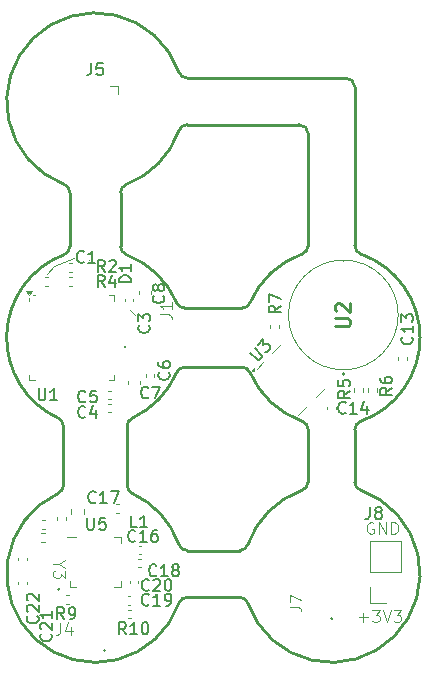
<source format=gbr>
%TF.GenerationSoftware,KiCad,Pcbnew,9.0.1*%
%TF.CreationDate,2025-04-17T12:30:50-04:00*%
%TF.ProjectId,IngestibleCapsule-Board_v2,496e6765-7374-4696-926c-654361707375,rev?*%
%TF.SameCoordinates,Original*%
%TF.FileFunction,Legend,Top*%
%TF.FilePolarity,Positive*%
%FSLAX46Y46*%
G04 Gerber Fmt 4.6, Leading zero omitted, Abs format (unit mm)*
G04 Created by KiCad (PCBNEW 9.0.1) date 2025-04-17 12:30:50*
%MOMM*%
%LPD*%
G01*
G04 APERTURE LIST*
%ADD10C,0.100000*%
%ADD11C,0.150000*%
%ADD12C,0.254000*%
%ADD13C,0.120000*%
%ADD14C,0.200000*%
%TA.AperFunction,Profile*%
%ADD15C,0.250000*%
%TD*%
G04 APERTURE END LIST*
D10*
X86540000Y-93910000D02*
X88180000Y-93270000D01*
X92920000Y-97650000D02*
X93390000Y-98070000D01*
X85930000Y-94610000D02*
X86540000Y-93910000D01*
X112313884Y-123681466D02*
X113075789Y-123681466D01*
X112694836Y-124062419D02*
X112694836Y-123300514D01*
X113456741Y-123062419D02*
X114075788Y-123062419D01*
X114075788Y-123062419D02*
X113742455Y-123443371D01*
X113742455Y-123443371D02*
X113885312Y-123443371D01*
X113885312Y-123443371D02*
X113980550Y-123490990D01*
X113980550Y-123490990D02*
X114028169Y-123538609D01*
X114028169Y-123538609D02*
X114075788Y-123633847D01*
X114075788Y-123633847D02*
X114075788Y-123871942D01*
X114075788Y-123871942D02*
X114028169Y-123967180D01*
X114028169Y-123967180D02*
X113980550Y-124014800D01*
X113980550Y-124014800D02*
X113885312Y-124062419D01*
X113885312Y-124062419D02*
X113599598Y-124062419D01*
X113599598Y-124062419D02*
X113504360Y-124014800D01*
X113504360Y-124014800D02*
X113456741Y-123967180D01*
X114361503Y-123062419D02*
X114694836Y-124062419D01*
X114694836Y-124062419D02*
X115028169Y-123062419D01*
X115266265Y-123062419D02*
X115885312Y-123062419D01*
X115885312Y-123062419D02*
X115551979Y-123443371D01*
X115551979Y-123443371D02*
X115694836Y-123443371D01*
X115694836Y-123443371D02*
X115790074Y-123490990D01*
X115790074Y-123490990D02*
X115837693Y-123538609D01*
X115837693Y-123538609D02*
X115885312Y-123633847D01*
X115885312Y-123633847D02*
X115885312Y-123871942D01*
X115885312Y-123871942D02*
X115837693Y-123967180D01*
X115837693Y-123967180D02*
X115790074Y-124014800D01*
X115790074Y-124014800D02*
X115694836Y-124062419D01*
X115694836Y-124062419D02*
X115409122Y-124062419D01*
X115409122Y-124062419D02*
X115313884Y-124014800D01*
X115313884Y-124014800D02*
X115266265Y-123967180D01*
X113557693Y-115670038D02*
X113462455Y-115622419D01*
X113462455Y-115622419D02*
X113319598Y-115622419D01*
X113319598Y-115622419D02*
X113176741Y-115670038D01*
X113176741Y-115670038D02*
X113081503Y-115765276D01*
X113081503Y-115765276D02*
X113033884Y-115860514D01*
X113033884Y-115860514D02*
X112986265Y-116050990D01*
X112986265Y-116050990D02*
X112986265Y-116193847D01*
X112986265Y-116193847D02*
X113033884Y-116384323D01*
X113033884Y-116384323D02*
X113081503Y-116479561D01*
X113081503Y-116479561D02*
X113176741Y-116574800D01*
X113176741Y-116574800D02*
X113319598Y-116622419D01*
X113319598Y-116622419D02*
X113414836Y-116622419D01*
X113414836Y-116622419D02*
X113557693Y-116574800D01*
X113557693Y-116574800D02*
X113605312Y-116527180D01*
X113605312Y-116527180D02*
X113605312Y-116193847D01*
X113605312Y-116193847D02*
X113414836Y-116193847D01*
X114033884Y-116622419D02*
X114033884Y-115622419D01*
X114033884Y-115622419D02*
X114605312Y-116622419D01*
X114605312Y-116622419D02*
X114605312Y-115622419D01*
X115081503Y-116622419D02*
X115081503Y-115622419D01*
X115081503Y-115622419D02*
X115319598Y-115622419D01*
X115319598Y-115622419D02*
X115462455Y-115670038D01*
X115462455Y-115670038D02*
X115557693Y-115765276D01*
X115557693Y-115765276D02*
X115605312Y-115860514D01*
X115605312Y-115860514D02*
X115652931Y-116050990D01*
X115652931Y-116050990D02*
X115652931Y-116193847D01*
X115652931Y-116193847D02*
X115605312Y-116384323D01*
X115605312Y-116384323D02*
X115557693Y-116479561D01*
X115557693Y-116479561D02*
X115462455Y-116574800D01*
X115462455Y-116574800D02*
X115319598Y-116622419D01*
X115319598Y-116622419D02*
X115081503Y-116622419D01*
D11*
X89318095Y-115264819D02*
X89318095Y-116074342D01*
X89318095Y-116074342D02*
X89365714Y-116169580D01*
X89365714Y-116169580D02*
X89413333Y-116217200D01*
X89413333Y-116217200D02*
X89508571Y-116264819D01*
X89508571Y-116264819D02*
X89699047Y-116264819D01*
X89699047Y-116264819D02*
X89794285Y-116217200D01*
X89794285Y-116217200D02*
X89841904Y-116169580D01*
X89841904Y-116169580D02*
X89889523Y-116074342D01*
X89889523Y-116074342D02*
X89889523Y-115264819D01*
X90841904Y-115264819D02*
X90365714Y-115264819D01*
X90365714Y-115264819D02*
X90318095Y-115741009D01*
X90318095Y-115741009D02*
X90365714Y-115693390D01*
X90365714Y-115693390D02*
X90460952Y-115645771D01*
X90460952Y-115645771D02*
X90699047Y-115645771D01*
X90699047Y-115645771D02*
X90794285Y-115693390D01*
X90794285Y-115693390D02*
X90841904Y-115741009D01*
X90841904Y-115741009D02*
X90889523Y-115836247D01*
X90889523Y-115836247D02*
X90889523Y-116074342D01*
X90889523Y-116074342D02*
X90841904Y-116169580D01*
X90841904Y-116169580D02*
X90794285Y-116217200D01*
X90794285Y-116217200D02*
X90699047Y-116264819D01*
X90699047Y-116264819D02*
X90460952Y-116264819D01*
X90460952Y-116264819D02*
X90365714Y-116217200D01*
X90365714Y-116217200D02*
X90318095Y-116169580D01*
X93523333Y-116074819D02*
X93047143Y-116074819D01*
X93047143Y-116074819D02*
X93047143Y-115074819D01*
X94380476Y-116074819D02*
X93809048Y-116074819D01*
X94094762Y-116074819D02*
X94094762Y-115074819D01*
X94094762Y-115074819D02*
X93999524Y-115217676D01*
X93999524Y-115217676D02*
X93904286Y-115312914D01*
X93904286Y-115312914D02*
X93809048Y-115360533D01*
X90793333Y-95714819D02*
X90460000Y-95238628D01*
X90221905Y-95714819D02*
X90221905Y-94714819D01*
X90221905Y-94714819D02*
X90602857Y-94714819D01*
X90602857Y-94714819D02*
X90698095Y-94762438D01*
X90698095Y-94762438D02*
X90745714Y-94810057D01*
X90745714Y-94810057D02*
X90793333Y-94905295D01*
X90793333Y-94905295D02*
X90793333Y-95048152D01*
X90793333Y-95048152D02*
X90745714Y-95143390D01*
X90745714Y-95143390D02*
X90698095Y-95191009D01*
X90698095Y-95191009D02*
X90602857Y-95238628D01*
X90602857Y-95238628D02*
X90221905Y-95238628D01*
X91650476Y-95048152D02*
X91650476Y-95714819D01*
X91412381Y-94667200D02*
X91174286Y-95381485D01*
X91174286Y-95381485D02*
X91793333Y-95381485D01*
X89043333Y-93559580D02*
X88995714Y-93607200D01*
X88995714Y-93607200D02*
X88852857Y-93654819D01*
X88852857Y-93654819D02*
X88757619Y-93654819D01*
X88757619Y-93654819D02*
X88614762Y-93607200D01*
X88614762Y-93607200D02*
X88519524Y-93511961D01*
X88519524Y-93511961D02*
X88471905Y-93416723D01*
X88471905Y-93416723D02*
X88424286Y-93226247D01*
X88424286Y-93226247D02*
X88424286Y-93083390D01*
X88424286Y-93083390D02*
X88471905Y-92892914D01*
X88471905Y-92892914D02*
X88519524Y-92797676D01*
X88519524Y-92797676D02*
X88614762Y-92702438D01*
X88614762Y-92702438D02*
X88757619Y-92654819D01*
X88757619Y-92654819D02*
X88852857Y-92654819D01*
X88852857Y-92654819D02*
X88995714Y-92702438D01*
X88995714Y-92702438D02*
X89043333Y-92750057D01*
X89995714Y-93654819D02*
X89424286Y-93654819D01*
X89710000Y-93654819D02*
X89710000Y-92654819D01*
X89710000Y-92654819D02*
X89614762Y-92797676D01*
X89614762Y-92797676D02*
X89519524Y-92892914D01*
X89519524Y-92892914D02*
X89424286Y-92940533D01*
X113256666Y-114364819D02*
X113256666Y-115079104D01*
X113256666Y-115079104D02*
X113209047Y-115221961D01*
X113209047Y-115221961D02*
X113113809Y-115317200D01*
X113113809Y-115317200D02*
X112970952Y-115364819D01*
X112970952Y-115364819D02*
X112875714Y-115364819D01*
X113875714Y-114793390D02*
X113780476Y-114745771D01*
X113780476Y-114745771D02*
X113732857Y-114698152D01*
X113732857Y-114698152D02*
X113685238Y-114602914D01*
X113685238Y-114602914D02*
X113685238Y-114555295D01*
X113685238Y-114555295D02*
X113732857Y-114460057D01*
X113732857Y-114460057D02*
X113780476Y-114412438D01*
X113780476Y-114412438D02*
X113875714Y-114364819D01*
X113875714Y-114364819D02*
X114066190Y-114364819D01*
X114066190Y-114364819D02*
X114161428Y-114412438D01*
X114161428Y-114412438D02*
X114209047Y-114460057D01*
X114209047Y-114460057D02*
X114256666Y-114555295D01*
X114256666Y-114555295D02*
X114256666Y-114602914D01*
X114256666Y-114602914D02*
X114209047Y-114698152D01*
X114209047Y-114698152D02*
X114161428Y-114745771D01*
X114161428Y-114745771D02*
X114066190Y-114793390D01*
X114066190Y-114793390D02*
X113875714Y-114793390D01*
X113875714Y-114793390D02*
X113780476Y-114841009D01*
X113780476Y-114841009D02*
X113732857Y-114888628D01*
X113732857Y-114888628D02*
X113685238Y-114983866D01*
X113685238Y-114983866D02*
X113685238Y-115174342D01*
X113685238Y-115174342D02*
X113732857Y-115269580D01*
X113732857Y-115269580D02*
X113780476Y-115317200D01*
X113780476Y-115317200D02*
X113875714Y-115364819D01*
X113875714Y-115364819D02*
X114066190Y-115364819D01*
X114066190Y-115364819D02*
X114161428Y-115317200D01*
X114161428Y-115317200D02*
X114209047Y-115269580D01*
X114209047Y-115269580D02*
X114256666Y-115174342D01*
X114256666Y-115174342D02*
X114256666Y-114983866D01*
X114256666Y-114983866D02*
X114209047Y-114888628D01*
X114209047Y-114888628D02*
X114161428Y-114841009D01*
X114161428Y-114841009D02*
X114066190Y-114793390D01*
X90027142Y-113919580D02*
X89979523Y-113967200D01*
X89979523Y-113967200D02*
X89836666Y-114014819D01*
X89836666Y-114014819D02*
X89741428Y-114014819D01*
X89741428Y-114014819D02*
X89598571Y-113967200D01*
X89598571Y-113967200D02*
X89503333Y-113871961D01*
X89503333Y-113871961D02*
X89455714Y-113776723D01*
X89455714Y-113776723D02*
X89408095Y-113586247D01*
X89408095Y-113586247D02*
X89408095Y-113443390D01*
X89408095Y-113443390D02*
X89455714Y-113252914D01*
X89455714Y-113252914D02*
X89503333Y-113157676D01*
X89503333Y-113157676D02*
X89598571Y-113062438D01*
X89598571Y-113062438D02*
X89741428Y-113014819D01*
X89741428Y-113014819D02*
X89836666Y-113014819D01*
X89836666Y-113014819D02*
X89979523Y-113062438D01*
X89979523Y-113062438D02*
X90027142Y-113110057D01*
X90979523Y-114014819D02*
X90408095Y-114014819D01*
X90693809Y-114014819D02*
X90693809Y-113014819D01*
X90693809Y-113014819D02*
X90598571Y-113157676D01*
X90598571Y-113157676D02*
X90503333Y-113252914D01*
X90503333Y-113252914D02*
X90408095Y-113300533D01*
X91312857Y-113014819D02*
X91979523Y-113014819D01*
X91979523Y-113014819D02*
X91550952Y-114014819D01*
X92597142Y-125104819D02*
X92263809Y-124628628D01*
X92025714Y-125104819D02*
X92025714Y-124104819D01*
X92025714Y-124104819D02*
X92406666Y-124104819D01*
X92406666Y-124104819D02*
X92501904Y-124152438D01*
X92501904Y-124152438D02*
X92549523Y-124200057D01*
X92549523Y-124200057D02*
X92597142Y-124295295D01*
X92597142Y-124295295D02*
X92597142Y-124438152D01*
X92597142Y-124438152D02*
X92549523Y-124533390D01*
X92549523Y-124533390D02*
X92501904Y-124581009D01*
X92501904Y-124581009D02*
X92406666Y-124628628D01*
X92406666Y-124628628D02*
X92025714Y-124628628D01*
X93549523Y-125104819D02*
X92978095Y-125104819D01*
X93263809Y-125104819D02*
X93263809Y-124104819D01*
X93263809Y-124104819D02*
X93168571Y-124247676D01*
X93168571Y-124247676D02*
X93073333Y-124342914D01*
X93073333Y-124342914D02*
X92978095Y-124390533D01*
X94168571Y-124104819D02*
X94263809Y-124104819D01*
X94263809Y-124104819D02*
X94359047Y-124152438D01*
X94359047Y-124152438D02*
X94406666Y-124200057D01*
X94406666Y-124200057D02*
X94454285Y-124295295D01*
X94454285Y-124295295D02*
X94501904Y-124485771D01*
X94501904Y-124485771D02*
X94501904Y-124723866D01*
X94501904Y-124723866D02*
X94454285Y-124914342D01*
X94454285Y-124914342D02*
X94406666Y-125009580D01*
X94406666Y-125009580D02*
X94359047Y-125057200D01*
X94359047Y-125057200D02*
X94263809Y-125104819D01*
X94263809Y-125104819D02*
X94168571Y-125104819D01*
X94168571Y-125104819D02*
X94073333Y-125057200D01*
X94073333Y-125057200D02*
X94025714Y-125009580D01*
X94025714Y-125009580D02*
X93978095Y-124914342D01*
X93978095Y-124914342D02*
X93930476Y-124723866D01*
X93930476Y-124723866D02*
X93930476Y-124485771D01*
X93930476Y-124485771D02*
X93978095Y-124295295D01*
X93978095Y-124295295D02*
X94025714Y-124200057D01*
X94025714Y-124200057D02*
X94073333Y-124152438D01*
X94073333Y-124152438D02*
X94168571Y-124104819D01*
X103086232Y-101263728D02*
X103658652Y-101836148D01*
X103658652Y-101836148D02*
X103759667Y-101869820D01*
X103759667Y-101869820D02*
X103827011Y-101869820D01*
X103827011Y-101869820D02*
X103928026Y-101836148D01*
X103928026Y-101836148D02*
X104062713Y-101701461D01*
X104062713Y-101701461D02*
X104096385Y-101600446D01*
X104096385Y-101600446D02*
X104096385Y-101533102D01*
X104096385Y-101533102D02*
X104062713Y-101432087D01*
X104062713Y-101432087D02*
X103490293Y-100859667D01*
X103759667Y-100590293D02*
X104197400Y-100152561D01*
X104197400Y-100152561D02*
X104231072Y-100657637D01*
X104231072Y-100657637D02*
X104332087Y-100556622D01*
X104332087Y-100556622D02*
X104433102Y-100522950D01*
X104433102Y-100522950D02*
X104500446Y-100522950D01*
X104500446Y-100522950D02*
X104601461Y-100556622D01*
X104601461Y-100556622D02*
X104769820Y-100724980D01*
X104769820Y-100724980D02*
X104803492Y-100825996D01*
X104803492Y-100825996D02*
X104803492Y-100893339D01*
X104803492Y-100893339D02*
X104769820Y-100994354D01*
X104769820Y-100994354D02*
X104567789Y-101196385D01*
X104567789Y-101196385D02*
X104466774Y-101230057D01*
X104466774Y-101230057D02*
X104399431Y-101230057D01*
X85198095Y-104294819D02*
X85198095Y-105104342D01*
X85198095Y-105104342D02*
X85245714Y-105199580D01*
X85245714Y-105199580D02*
X85293333Y-105247200D01*
X85293333Y-105247200D02*
X85388571Y-105294819D01*
X85388571Y-105294819D02*
X85579047Y-105294819D01*
X85579047Y-105294819D02*
X85674285Y-105247200D01*
X85674285Y-105247200D02*
X85721904Y-105199580D01*
X85721904Y-105199580D02*
X85769523Y-105104342D01*
X85769523Y-105104342D02*
X85769523Y-104294819D01*
X86769523Y-105294819D02*
X86198095Y-105294819D01*
X86483809Y-105294819D02*
X86483809Y-104294819D01*
X86483809Y-104294819D02*
X86388571Y-104437676D01*
X86388571Y-104437676D02*
X86293333Y-104532914D01*
X86293333Y-104532914D02*
X86198095Y-104580533D01*
D10*
X106457419Y-122803333D02*
X107171704Y-122803333D01*
X107171704Y-122803333D02*
X107314561Y-122850952D01*
X107314561Y-122850952D02*
X107409800Y-122946190D01*
X107409800Y-122946190D02*
X107457419Y-123089047D01*
X107457419Y-123089047D02*
X107457419Y-123184285D01*
X106457419Y-122422380D02*
X106457419Y-121755714D01*
X106457419Y-121755714D02*
X107457419Y-122184285D01*
D11*
X94539580Y-98966666D02*
X94587200Y-99014285D01*
X94587200Y-99014285D02*
X94634819Y-99157142D01*
X94634819Y-99157142D02*
X94634819Y-99252380D01*
X94634819Y-99252380D02*
X94587200Y-99395237D01*
X94587200Y-99395237D02*
X94491961Y-99490475D01*
X94491961Y-99490475D02*
X94396723Y-99538094D01*
X94396723Y-99538094D02*
X94206247Y-99585713D01*
X94206247Y-99585713D02*
X94063390Y-99585713D01*
X94063390Y-99585713D02*
X93872914Y-99538094D01*
X93872914Y-99538094D02*
X93777676Y-99490475D01*
X93777676Y-99490475D02*
X93682438Y-99395237D01*
X93682438Y-99395237D02*
X93634819Y-99252380D01*
X93634819Y-99252380D02*
X93634819Y-99157142D01*
X93634819Y-99157142D02*
X93682438Y-99014285D01*
X93682438Y-99014285D02*
X93730057Y-98966666D01*
X93634819Y-98633332D02*
X93634819Y-98014285D01*
X93634819Y-98014285D02*
X94015771Y-98347618D01*
X94015771Y-98347618D02*
X94015771Y-98204761D01*
X94015771Y-98204761D02*
X94063390Y-98109523D01*
X94063390Y-98109523D02*
X94111009Y-98061904D01*
X94111009Y-98061904D02*
X94206247Y-98014285D01*
X94206247Y-98014285D02*
X94444342Y-98014285D01*
X94444342Y-98014285D02*
X94539580Y-98061904D01*
X94539580Y-98061904D02*
X94587200Y-98109523D01*
X94587200Y-98109523D02*
X94634819Y-98204761D01*
X94634819Y-98204761D02*
X94634819Y-98490475D01*
X94634819Y-98490475D02*
X94587200Y-98585713D01*
X94587200Y-98585713D02*
X94539580Y-98633332D01*
X89173333Y-105389580D02*
X89125714Y-105437200D01*
X89125714Y-105437200D02*
X88982857Y-105484819D01*
X88982857Y-105484819D02*
X88887619Y-105484819D01*
X88887619Y-105484819D02*
X88744762Y-105437200D01*
X88744762Y-105437200D02*
X88649524Y-105341961D01*
X88649524Y-105341961D02*
X88601905Y-105246723D01*
X88601905Y-105246723D02*
X88554286Y-105056247D01*
X88554286Y-105056247D02*
X88554286Y-104913390D01*
X88554286Y-104913390D02*
X88601905Y-104722914D01*
X88601905Y-104722914D02*
X88649524Y-104627676D01*
X88649524Y-104627676D02*
X88744762Y-104532438D01*
X88744762Y-104532438D02*
X88887619Y-104484819D01*
X88887619Y-104484819D02*
X88982857Y-104484819D01*
X88982857Y-104484819D02*
X89125714Y-104532438D01*
X89125714Y-104532438D02*
X89173333Y-104580057D01*
X90078095Y-104484819D02*
X89601905Y-104484819D01*
X89601905Y-104484819D02*
X89554286Y-104961009D01*
X89554286Y-104961009D02*
X89601905Y-104913390D01*
X89601905Y-104913390D02*
X89697143Y-104865771D01*
X89697143Y-104865771D02*
X89935238Y-104865771D01*
X89935238Y-104865771D02*
X90030476Y-104913390D01*
X90030476Y-104913390D02*
X90078095Y-104961009D01*
X90078095Y-104961009D02*
X90125714Y-105056247D01*
X90125714Y-105056247D02*
X90125714Y-105294342D01*
X90125714Y-105294342D02*
X90078095Y-105389580D01*
X90078095Y-105389580D02*
X90030476Y-105437200D01*
X90030476Y-105437200D02*
X89935238Y-105484819D01*
X89935238Y-105484819D02*
X89697143Y-105484819D01*
X89697143Y-105484819D02*
X89601905Y-105437200D01*
X89601905Y-105437200D02*
X89554286Y-105389580D01*
X87373333Y-123824819D02*
X87040000Y-123348628D01*
X86801905Y-123824819D02*
X86801905Y-122824819D01*
X86801905Y-122824819D02*
X87182857Y-122824819D01*
X87182857Y-122824819D02*
X87278095Y-122872438D01*
X87278095Y-122872438D02*
X87325714Y-122920057D01*
X87325714Y-122920057D02*
X87373333Y-123015295D01*
X87373333Y-123015295D02*
X87373333Y-123158152D01*
X87373333Y-123158152D02*
X87325714Y-123253390D01*
X87325714Y-123253390D02*
X87278095Y-123301009D01*
X87278095Y-123301009D02*
X87182857Y-123348628D01*
X87182857Y-123348628D02*
X86801905Y-123348628D01*
X87849524Y-123824819D02*
X88040000Y-123824819D01*
X88040000Y-123824819D02*
X88135238Y-123777200D01*
X88135238Y-123777200D02*
X88182857Y-123729580D01*
X88182857Y-123729580D02*
X88278095Y-123586723D01*
X88278095Y-123586723D02*
X88325714Y-123396247D01*
X88325714Y-123396247D02*
X88325714Y-123015295D01*
X88325714Y-123015295D02*
X88278095Y-122920057D01*
X88278095Y-122920057D02*
X88230476Y-122872438D01*
X88230476Y-122872438D02*
X88135238Y-122824819D01*
X88135238Y-122824819D02*
X87944762Y-122824819D01*
X87944762Y-122824819D02*
X87849524Y-122872438D01*
X87849524Y-122872438D02*
X87801905Y-122920057D01*
X87801905Y-122920057D02*
X87754286Y-123015295D01*
X87754286Y-123015295D02*
X87754286Y-123253390D01*
X87754286Y-123253390D02*
X87801905Y-123348628D01*
X87801905Y-123348628D02*
X87849524Y-123396247D01*
X87849524Y-123396247D02*
X87944762Y-123443866D01*
X87944762Y-123443866D02*
X88135238Y-123443866D01*
X88135238Y-123443866D02*
X88230476Y-123396247D01*
X88230476Y-123396247D02*
X88278095Y-123348628D01*
X88278095Y-123348628D02*
X88325714Y-123253390D01*
X94547142Y-121359580D02*
X94499523Y-121407200D01*
X94499523Y-121407200D02*
X94356666Y-121454819D01*
X94356666Y-121454819D02*
X94261428Y-121454819D01*
X94261428Y-121454819D02*
X94118571Y-121407200D01*
X94118571Y-121407200D02*
X94023333Y-121311961D01*
X94023333Y-121311961D02*
X93975714Y-121216723D01*
X93975714Y-121216723D02*
X93928095Y-121026247D01*
X93928095Y-121026247D02*
X93928095Y-120883390D01*
X93928095Y-120883390D02*
X93975714Y-120692914D01*
X93975714Y-120692914D02*
X94023333Y-120597676D01*
X94023333Y-120597676D02*
X94118571Y-120502438D01*
X94118571Y-120502438D02*
X94261428Y-120454819D01*
X94261428Y-120454819D02*
X94356666Y-120454819D01*
X94356666Y-120454819D02*
X94499523Y-120502438D01*
X94499523Y-120502438D02*
X94547142Y-120550057D01*
X94928095Y-120550057D02*
X94975714Y-120502438D01*
X94975714Y-120502438D02*
X95070952Y-120454819D01*
X95070952Y-120454819D02*
X95309047Y-120454819D01*
X95309047Y-120454819D02*
X95404285Y-120502438D01*
X95404285Y-120502438D02*
X95451904Y-120550057D01*
X95451904Y-120550057D02*
X95499523Y-120645295D01*
X95499523Y-120645295D02*
X95499523Y-120740533D01*
X95499523Y-120740533D02*
X95451904Y-120883390D01*
X95451904Y-120883390D02*
X94880476Y-121454819D01*
X94880476Y-121454819D02*
X95499523Y-121454819D01*
X96118571Y-120454819D02*
X96213809Y-120454819D01*
X96213809Y-120454819D02*
X96309047Y-120502438D01*
X96309047Y-120502438D02*
X96356666Y-120550057D01*
X96356666Y-120550057D02*
X96404285Y-120645295D01*
X96404285Y-120645295D02*
X96451904Y-120835771D01*
X96451904Y-120835771D02*
X96451904Y-121073866D01*
X96451904Y-121073866D02*
X96404285Y-121264342D01*
X96404285Y-121264342D02*
X96356666Y-121359580D01*
X96356666Y-121359580D02*
X96309047Y-121407200D01*
X96309047Y-121407200D02*
X96213809Y-121454819D01*
X96213809Y-121454819D02*
X96118571Y-121454819D01*
X96118571Y-121454819D02*
X96023333Y-121407200D01*
X96023333Y-121407200D02*
X95975714Y-121359580D01*
X95975714Y-121359580D02*
X95928095Y-121264342D01*
X95928095Y-121264342D02*
X95880476Y-121073866D01*
X95880476Y-121073866D02*
X95880476Y-120835771D01*
X95880476Y-120835771D02*
X95928095Y-120645295D01*
X95928095Y-120645295D02*
X95975714Y-120550057D01*
X95975714Y-120550057D02*
X96023333Y-120502438D01*
X96023333Y-120502438D02*
X96118571Y-120454819D01*
X111564819Y-104506666D02*
X111088628Y-104839999D01*
X111564819Y-105078094D02*
X110564819Y-105078094D01*
X110564819Y-105078094D02*
X110564819Y-104697142D01*
X110564819Y-104697142D02*
X110612438Y-104601904D01*
X110612438Y-104601904D02*
X110660057Y-104554285D01*
X110660057Y-104554285D02*
X110755295Y-104506666D01*
X110755295Y-104506666D02*
X110898152Y-104506666D01*
X110898152Y-104506666D02*
X110993390Y-104554285D01*
X110993390Y-104554285D02*
X111041009Y-104601904D01*
X111041009Y-104601904D02*
X111088628Y-104697142D01*
X111088628Y-104697142D02*
X111088628Y-105078094D01*
X110564819Y-103601904D02*
X110564819Y-104078094D01*
X110564819Y-104078094D02*
X111041009Y-104125713D01*
X111041009Y-104125713D02*
X110993390Y-104078094D01*
X110993390Y-104078094D02*
X110945771Y-103982856D01*
X110945771Y-103982856D02*
X110945771Y-103744761D01*
X110945771Y-103744761D02*
X110993390Y-103649523D01*
X110993390Y-103649523D02*
X111041009Y-103601904D01*
X111041009Y-103601904D02*
X111136247Y-103554285D01*
X111136247Y-103554285D02*
X111374342Y-103554285D01*
X111374342Y-103554285D02*
X111469580Y-103601904D01*
X111469580Y-103601904D02*
X111517200Y-103649523D01*
X111517200Y-103649523D02*
X111564819Y-103744761D01*
X111564819Y-103744761D02*
X111564819Y-103982856D01*
X111564819Y-103982856D02*
X111517200Y-104078094D01*
X111517200Y-104078094D02*
X111469580Y-104125713D01*
X116809580Y-99942857D02*
X116857200Y-99990476D01*
X116857200Y-99990476D02*
X116904819Y-100133333D01*
X116904819Y-100133333D02*
X116904819Y-100228571D01*
X116904819Y-100228571D02*
X116857200Y-100371428D01*
X116857200Y-100371428D02*
X116761961Y-100466666D01*
X116761961Y-100466666D02*
X116666723Y-100514285D01*
X116666723Y-100514285D02*
X116476247Y-100561904D01*
X116476247Y-100561904D02*
X116333390Y-100561904D01*
X116333390Y-100561904D02*
X116142914Y-100514285D01*
X116142914Y-100514285D02*
X116047676Y-100466666D01*
X116047676Y-100466666D02*
X115952438Y-100371428D01*
X115952438Y-100371428D02*
X115904819Y-100228571D01*
X115904819Y-100228571D02*
X115904819Y-100133333D01*
X115904819Y-100133333D02*
X115952438Y-99990476D01*
X115952438Y-99990476D02*
X116000057Y-99942857D01*
X116904819Y-98990476D02*
X116904819Y-99561904D01*
X116904819Y-99276190D02*
X115904819Y-99276190D01*
X115904819Y-99276190D02*
X116047676Y-99371428D01*
X116047676Y-99371428D02*
X116142914Y-99466666D01*
X116142914Y-99466666D02*
X116190533Y-99561904D01*
X115904819Y-98657142D02*
X115904819Y-98038095D01*
X115904819Y-98038095D02*
X116285771Y-98371428D01*
X116285771Y-98371428D02*
X116285771Y-98228571D01*
X116285771Y-98228571D02*
X116333390Y-98133333D01*
X116333390Y-98133333D02*
X116381009Y-98085714D01*
X116381009Y-98085714D02*
X116476247Y-98038095D01*
X116476247Y-98038095D02*
X116714342Y-98038095D01*
X116714342Y-98038095D02*
X116809580Y-98085714D01*
X116809580Y-98085714D02*
X116857200Y-98133333D01*
X116857200Y-98133333D02*
X116904819Y-98228571D01*
X116904819Y-98228571D02*
X116904819Y-98514285D01*
X116904819Y-98514285D02*
X116857200Y-98609523D01*
X116857200Y-98609523D02*
X116809580Y-98657142D01*
X94547142Y-122589580D02*
X94499523Y-122637200D01*
X94499523Y-122637200D02*
X94356666Y-122684819D01*
X94356666Y-122684819D02*
X94261428Y-122684819D01*
X94261428Y-122684819D02*
X94118571Y-122637200D01*
X94118571Y-122637200D02*
X94023333Y-122541961D01*
X94023333Y-122541961D02*
X93975714Y-122446723D01*
X93975714Y-122446723D02*
X93928095Y-122256247D01*
X93928095Y-122256247D02*
X93928095Y-122113390D01*
X93928095Y-122113390D02*
X93975714Y-121922914D01*
X93975714Y-121922914D02*
X94023333Y-121827676D01*
X94023333Y-121827676D02*
X94118571Y-121732438D01*
X94118571Y-121732438D02*
X94261428Y-121684819D01*
X94261428Y-121684819D02*
X94356666Y-121684819D01*
X94356666Y-121684819D02*
X94499523Y-121732438D01*
X94499523Y-121732438D02*
X94547142Y-121780057D01*
X95499523Y-122684819D02*
X94928095Y-122684819D01*
X95213809Y-122684819D02*
X95213809Y-121684819D01*
X95213809Y-121684819D02*
X95118571Y-121827676D01*
X95118571Y-121827676D02*
X95023333Y-121922914D01*
X95023333Y-121922914D02*
X94928095Y-121970533D01*
X95975714Y-122684819D02*
X96166190Y-122684819D01*
X96166190Y-122684819D02*
X96261428Y-122637200D01*
X96261428Y-122637200D02*
X96309047Y-122589580D01*
X96309047Y-122589580D02*
X96404285Y-122446723D01*
X96404285Y-122446723D02*
X96451904Y-122256247D01*
X96451904Y-122256247D02*
X96451904Y-121875295D01*
X96451904Y-121875295D02*
X96404285Y-121780057D01*
X96404285Y-121780057D02*
X96356666Y-121732438D01*
X96356666Y-121732438D02*
X96261428Y-121684819D01*
X96261428Y-121684819D02*
X96070952Y-121684819D01*
X96070952Y-121684819D02*
X95975714Y-121732438D01*
X95975714Y-121732438D02*
X95928095Y-121780057D01*
X95928095Y-121780057D02*
X95880476Y-121875295D01*
X95880476Y-121875295D02*
X95880476Y-122113390D01*
X95880476Y-122113390D02*
X95928095Y-122208628D01*
X95928095Y-122208628D02*
X95975714Y-122256247D01*
X95975714Y-122256247D02*
X96070952Y-122303866D01*
X96070952Y-122303866D02*
X96261428Y-122303866D01*
X96261428Y-122303866D02*
X96356666Y-122256247D01*
X96356666Y-122256247D02*
X96404285Y-122208628D01*
X96404285Y-122208628D02*
X96451904Y-122113390D01*
D10*
X95477419Y-98023333D02*
X96191704Y-98023333D01*
X96191704Y-98023333D02*
X96334561Y-98070952D01*
X96334561Y-98070952D02*
X96429800Y-98166190D01*
X96429800Y-98166190D02*
X96477419Y-98309047D01*
X96477419Y-98309047D02*
X96477419Y-98404285D01*
X96477419Y-97023333D02*
X96477419Y-97594761D01*
X96477419Y-97309047D02*
X95477419Y-97309047D01*
X95477419Y-97309047D02*
X95620276Y-97404285D01*
X95620276Y-97404285D02*
X95715514Y-97499523D01*
X95715514Y-97499523D02*
X95763133Y-97594761D01*
D11*
X85099580Y-123582857D02*
X85147200Y-123630476D01*
X85147200Y-123630476D02*
X85194819Y-123773333D01*
X85194819Y-123773333D02*
X85194819Y-123868571D01*
X85194819Y-123868571D02*
X85147200Y-124011428D01*
X85147200Y-124011428D02*
X85051961Y-124106666D01*
X85051961Y-124106666D02*
X84956723Y-124154285D01*
X84956723Y-124154285D02*
X84766247Y-124201904D01*
X84766247Y-124201904D02*
X84623390Y-124201904D01*
X84623390Y-124201904D02*
X84432914Y-124154285D01*
X84432914Y-124154285D02*
X84337676Y-124106666D01*
X84337676Y-124106666D02*
X84242438Y-124011428D01*
X84242438Y-124011428D02*
X84194819Y-123868571D01*
X84194819Y-123868571D02*
X84194819Y-123773333D01*
X84194819Y-123773333D02*
X84242438Y-123630476D01*
X84242438Y-123630476D02*
X84290057Y-123582857D01*
X84290057Y-123201904D02*
X84242438Y-123154285D01*
X84242438Y-123154285D02*
X84194819Y-123059047D01*
X84194819Y-123059047D02*
X84194819Y-122820952D01*
X84194819Y-122820952D02*
X84242438Y-122725714D01*
X84242438Y-122725714D02*
X84290057Y-122678095D01*
X84290057Y-122678095D02*
X84385295Y-122630476D01*
X84385295Y-122630476D02*
X84480533Y-122630476D01*
X84480533Y-122630476D02*
X84623390Y-122678095D01*
X84623390Y-122678095D02*
X85194819Y-123249523D01*
X85194819Y-123249523D02*
X85194819Y-122630476D01*
X84290057Y-122249523D02*
X84242438Y-122201904D01*
X84242438Y-122201904D02*
X84194819Y-122106666D01*
X84194819Y-122106666D02*
X84194819Y-121868571D01*
X84194819Y-121868571D02*
X84242438Y-121773333D01*
X84242438Y-121773333D02*
X84290057Y-121725714D01*
X84290057Y-121725714D02*
X84385295Y-121678095D01*
X84385295Y-121678095D02*
X84480533Y-121678095D01*
X84480533Y-121678095D02*
X84623390Y-121725714D01*
X84623390Y-121725714D02*
X85194819Y-122297142D01*
X85194819Y-122297142D02*
X85194819Y-121678095D01*
D10*
X86938771Y-119153809D02*
X86462580Y-119153809D01*
X87462580Y-118820476D02*
X86938771Y-119153809D01*
X86938771Y-119153809D02*
X87462580Y-119487142D01*
X87462580Y-119725238D02*
X87462580Y-120344285D01*
X87462580Y-120344285D02*
X87081628Y-120010952D01*
X87081628Y-120010952D02*
X87081628Y-120153809D01*
X87081628Y-120153809D02*
X87034009Y-120249047D01*
X87034009Y-120249047D02*
X86986390Y-120296666D01*
X86986390Y-120296666D02*
X86891152Y-120344285D01*
X86891152Y-120344285D02*
X86653057Y-120344285D01*
X86653057Y-120344285D02*
X86557819Y-120296666D01*
X86557819Y-120296666D02*
X86510200Y-120249047D01*
X86510200Y-120249047D02*
X86462580Y-120153809D01*
X86462580Y-120153809D02*
X86462580Y-119868095D01*
X86462580Y-119868095D02*
X86510200Y-119772857D01*
X86510200Y-119772857D02*
X86557819Y-119725238D01*
D11*
X111197142Y-106349580D02*
X111149523Y-106397200D01*
X111149523Y-106397200D02*
X111006666Y-106444819D01*
X111006666Y-106444819D02*
X110911428Y-106444819D01*
X110911428Y-106444819D02*
X110768571Y-106397200D01*
X110768571Y-106397200D02*
X110673333Y-106301961D01*
X110673333Y-106301961D02*
X110625714Y-106206723D01*
X110625714Y-106206723D02*
X110578095Y-106016247D01*
X110578095Y-106016247D02*
X110578095Y-105873390D01*
X110578095Y-105873390D02*
X110625714Y-105682914D01*
X110625714Y-105682914D02*
X110673333Y-105587676D01*
X110673333Y-105587676D02*
X110768571Y-105492438D01*
X110768571Y-105492438D02*
X110911428Y-105444819D01*
X110911428Y-105444819D02*
X111006666Y-105444819D01*
X111006666Y-105444819D02*
X111149523Y-105492438D01*
X111149523Y-105492438D02*
X111197142Y-105540057D01*
X112149523Y-106444819D02*
X111578095Y-106444819D01*
X111863809Y-106444819D02*
X111863809Y-105444819D01*
X111863809Y-105444819D02*
X111768571Y-105587676D01*
X111768571Y-105587676D02*
X111673333Y-105682914D01*
X111673333Y-105682914D02*
X111578095Y-105730533D01*
X113006666Y-105778152D02*
X113006666Y-106444819D01*
X112768571Y-105397200D02*
X112530476Y-106111485D01*
X112530476Y-106111485D02*
X113149523Y-106111485D01*
X86229580Y-125082857D02*
X86277200Y-125130476D01*
X86277200Y-125130476D02*
X86324819Y-125273333D01*
X86324819Y-125273333D02*
X86324819Y-125368571D01*
X86324819Y-125368571D02*
X86277200Y-125511428D01*
X86277200Y-125511428D02*
X86181961Y-125606666D01*
X86181961Y-125606666D02*
X86086723Y-125654285D01*
X86086723Y-125654285D02*
X85896247Y-125701904D01*
X85896247Y-125701904D02*
X85753390Y-125701904D01*
X85753390Y-125701904D02*
X85562914Y-125654285D01*
X85562914Y-125654285D02*
X85467676Y-125606666D01*
X85467676Y-125606666D02*
X85372438Y-125511428D01*
X85372438Y-125511428D02*
X85324819Y-125368571D01*
X85324819Y-125368571D02*
X85324819Y-125273333D01*
X85324819Y-125273333D02*
X85372438Y-125130476D01*
X85372438Y-125130476D02*
X85420057Y-125082857D01*
X85420057Y-124701904D02*
X85372438Y-124654285D01*
X85372438Y-124654285D02*
X85324819Y-124559047D01*
X85324819Y-124559047D02*
X85324819Y-124320952D01*
X85324819Y-124320952D02*
X85372438Y-124225714D01*
X85372438Y-124225714D02*
X85420057Y-124178095D01*
X85420057Y-124178095D02*
X85515295Y-124130476D01*
X85515295Y-124130476D02*
X85610533Y-124130476D01*
X85610533Y-124130476D02*
X85753390Y-124178095D01*
X85753390Y-124178095D02*
X86324819Y-124749523D01*
X86324819Y-124749523D02*
X86324819Y-124130476D01*
X86324819Y-123178095D02*
X86324819Y-123749523D01*
X86324819Y-123463809D02*
X85324819Y-123463809D01*
X85324819Y-123463809D02*
X85467676Y-123559047D01*
X85467676Y-123559047D02*
X85562914Y-123654285D01*
X85562914Y-123654285D02*
X85610533Y-123749523D01*
X89666666Y-76754819D02*
X89666666Y-77469104D01*
X89666666Y-77469104D02*
X89619047Y-77611961D01*
X89619047Y-77611961D02*
X89523809Y-77707200D01*
X89523809Y-77707200D02*
X89380952Y-77754819D01*
X89380952Y-77754819D02*
X89285714Y-77754819D01*
X90619047Y-76754819D02*
X90142857Y-76754819D01*
X90142857Y-76754819D02*
X90095238Y-77231009D01*
X90095238Y-77231009D02*
X90142857Y-77183390D01*
X90142857Y-77183390D02*
X90238095Y-77135771D01*
X90238095Y-77135771D02*
X90476190Y-77135771D01*
X90476190Y-77135771D02*
X90571428Y-77183390D01*
X90571428Y-77183390D02*
X90619047Y-77231009D01*
X90619047Y-77231009D02*
X90666666Y-77326247D01*
X90666666Y-77326247D02*
X90666666Y-77564342D01*
X90666666Y-77564342D02*
X90619047Y-77659580D01*
X90619047Y-77659580D02*
X90571428Y-77707200D01*
X90571428Y-77707200D02*
X90476190Y-77754819D01*
X90476190Y-77754819D02*
X90238095Y-77754819D01*
X90238095Y-77754819D02*
X90142857Y-77707200D01*
X90142857Y-77707200D02*
X90095238Y-77659580D01*
D10*
X87046666Y-124157419D02*
X87046666Y-124871704D01*
X87046666Y-124871704D02*
X86999047Y-125014561D01*
X86999047Y-125014561D02*
X86903809Y-125109800D01*
X86903809Y-125109800D02*
X86760952Y-125157419D01*
X86760952Y-125157419D02*
X86665714Y-125157419D01*
X87951428Y-124490752D02*
X87951428Y-125157419D01*
X87713333Y-124109800D02*
X87475238Y-124824085D01*
X87475238Y-124824085D02*
X88094285Y-124824085D01*
D12*
X110304318Y-99047619D02*
X111332413Y-99047619D01*
X111332413Y-99047619D02*
X111453365Y-98987142D01*
X111453365Y-98987142D02*
X111513842Y-98926666D01*
X111513842Y-98926666D02*
X111574318Y-98805714D01*
X111574318Y-98805714D02*
X111574318Y-98563809D01*
X111574318Y-98563809D02*
X111513842Y-98442857D01*
X111513842Y-98442857D02*
X111453365Y-98382380D01*
X111453365Y-98382380D02*
X111332413Y-98321904D01*
X111332413Y-98321904D02*
X110304318Y-98321904D01*
X110425270Y-97777619D02*
X110364794Y-97717143D01*
X110364794Y-97717143D02*
X110304318Y-97596190D01*
X110304318Y-97596190D02*
X110304318Y-97293809D01*
X110304318Y-97293809D02*
X110364794Y-97172857D01*
X110364794Y-97172857D02*
X110425270Y-97112381D01*
X110425270Y-97112381D02*
X110546222Y-97051904D01*
X110546222Y-97051904D02*
X110667175Y-97051904D01*
X110667175Y-97051904D02*
X110848603Y-97112381D01*
X110848603Y-97112381D02*
X111574318Y-97838095D01*
X111574318Y-97838095D02*
X111574318Y-97051904D01*
D11*
X90803333Y-94444819D02*
X90470000Y-93968628D01*
X90231905Y-94444819D02*
X90231905Y-93444819D01*
X90231905Y-93444819D02*
X90612857Y-93444819D01*
X90612857Y-93444819D02*
X90708095Y-93492438D01*
X90708095Y-93492438D02*
X90755714Y-93540057D01*
X90755714Y-93540057D02*
X90803333Y-93635295D01*
X90803333Y-93635295D02*
X90803333Y-93778152D01*
X90803333Y-93778152D02*
X90755714Y-93873390D01*
X90755714Y-93873390D02*
X90708095Y-93921009D01*
X90708095Y-93921009D02*
X90612857Y-93968628D01*
X90612857Y-93968628D02*
X90231905Y-93968628D01*
X91184286Y-93540057D02*
X91231905Y-93492438D01*
X91231905Y-93492438D02*
X91327143Y-93444819D01*
X91327143Y-93444819D02*
X91565238Y-93444819D01*
X91565238Y-93444819D02*
X91660476Y-93492438D01*
X91660476Y-93492438D02*
X91708095Y-93540057D01*
X91708095Y-93540057D02*
X91755714Y-93635295D01*
X91755714Y-93635295D02*
X91755714Y-93730533D01*
X91755714Y-93730533D02*
X91708095Y-93873390D01*
X91708095Y-93873390D02*
X91136667Y-94444819D01*
X91136667Y-94444819D02*
X91755714Y-94444819D01*
X93387142Y-117189580D02*
X93339523Y-117237200D01*
X93339523Y-117237200D02*
X93196666Y-117284819D01*
X93196666Y-117284819D02*
X93101428Y-117284819D01*
X93101428Y-117284819D02*
X92958571Y-117237200D01*
X92958571Y-117237200D02*
X92863333Y-117141961D01*
X92863333Y-117141961D02*
X92815714Y-117046723D01*
X92815714Y-117046723D02*
X92768095Y-116856247D01*
X92768095Y-116856247D02*
X92768095Y-116713390D01*
X92768095Y-116713390D02*
X92815714Y-116522914D01*
X92815714Y-116522914D02*
X92863333Y-116427676D01*
X92863333Y-116427676D02*
X92958571Y-116332438D01*
X92958571Y-116332438D02*
X93101428Y-116284819D01*
X93101428Y-116284819D02*
X93196666Y-116284819D01*
X93196666Y-116284819D02*
X93339523Y-116332438D01*
X93339523Y-116332438D02*
X93387142Y-116380057D01*
X94339523Y-117284819D02*
X93768095Y-117284819D01*
X94053809Y-117284819D02*
X94053809Y-116284819D01*
X94053809Y-116284819D02*
X93958571Y-116427676D01*
X93958571Y-116427676D02*
X93863333Y-116522914D01*
X93863333Y-116522914D02*
X93768095Y-116570533D01*
X95196666Y-116284819D02*
X95006190Y-116284819D01*
X95006190Y-116284819D02*
X94910952Y-116332438D01*
X94910952Y-116332438D02*
X94863333Y-116380057D01*
X94863333Y-116380057D02*
X94768095Y-116522914D01*
X94768095Y-116522914D02*
X94720476Y-116713390D01*
X94720476Y-116713390D02*
X94720476Y-117094342D01*
X94720476Y-117094342D02*
X94768095Y-117189580D01*
X94768095Y-117189580D02*
X94815714Y-117237200D01*
X94815714Y-117237200D02*
X94910952Y-117284819D01*
X94910952Y-117284819D02*
X95101428Y-117284819D01*
X95101428Y-117284819D02*
X95196666Y-117237200D01*
X95196666Y-117237200D02*
X95244285Y-117189580D01*
X95244285Y-117189580D02*
X95291904Y-117094342D01*
X95291904Y-117094342D02*
X95291904Y-116856247D01*
X95291904Y-116856247D02*
X95244285Y-116761009D01*
X95244285Y-116761009D02*
X95196666Y-116713390D01*
X95196666Y-116713390D02*
X95101428Y-116665771D01*
X95101428Y-116665771D02*
X94910952Y-116665771D01*
X94910952Y-116665771D02*
X94815714Y-116713390D01*
X94815714Y-116713390D02*
X94768095Y-116761009D01*
X94768095Y-116761009D02*
X94720476Y-116856247D01*
X105694819Y-97296666D02*
X105218628Y-97629999D01*
X105694819Y-97868094D02*
X104694819Y-97868094D01*
X104694819Y-97868094D02*
X104694819Y-97487142D01*
X104694819Y-97487142D02*
X104742438Y-97391904D01*
X104742438Y-97391904D02*
X104790057Y-97344285D01*
X104790057Y-97344285D02*
X104885295Y-97296666D01*
X104885295Y-97296666D02*
X105028152Y-97296666D01*
X105028152Y-97296666D02*
X105123390Y-97344285D01*
X105123390Y-97344285D02*
X105171009Y-97391904D01*
X105171009Y-97391904D02*
X105218628Y-97487142D01*
X105218628Y-97487142D02*
X105218628Y-97868094D01*
X104694819Y-96963332D02*
X104694819Y-96296666D01*
X104694819Y-96296666D02*
X105694819Y-96725237D01*
X96219580Y-102946666D02*
X96267200Y-102994285D01*
X96267200Y-102994285D02*
X96314819Y-103137142D01*
X96314819Y-103137142D02*
X96314819Y-103232380D01*
X96314819Y-103232380D02*
X96267200Y-103375237D01*
X96267200Y-103375237D02*
X96171961Y-103470475D01*
X96171961Y-103470475D02*
X96076723Y-103518094D01*
X96076723Y-103518094D02*
X95886247Y-103565713D01*
X95886247Y-103565713D02*
X95743390Y-103565713D01*
X95743390Y-103565713D02*
X95552914Y-103518094D01*
X95552914Y-103518094D02*
X95457676Y-103470475D01*
X95457676Y-103470475D02*
X95362438Y-103375237D01*
X95362438Y-103375237D02*
X95314819Y-103232380D01*
X95314819Y-103232380D02*
X95314819Y-103137142D01*
X95314819Y-103137142D02*
X95362438Y-102994285D01*
X95362438Y-102994285D02*
X95410057Y-102946666D01*
X95314819Y-102089523D02*
X95314819Y-102279999D01*
X95314819Y-102279999D02*
X95362438Y-102375237D01*
X95362438Y-102375237D02*
X95410057Y-102422856D01*
X95410057Y-102422856D02*
X95552914Y-102518094D01*
X95552914Y-102518094D02*
X95743390Y-102565713D01*
X95743390Y-102565713D02*
X96124342Y-102565713D01*
X96124342Y-102565713D02*
X96219580Y-102518094D01*
X96219580Y-102518094D02*
X96267200Y-102470475D01*
X96267200Y-102470475D02*
X96314819Y-102375237D01*
X96314819Y-102375237D02*
X96314819Y-102184761D01*
X96314819Y-102184761D02*
X96267200Y-102089523D01*
X96267200Y-102089523D02*
X96219580Y-102041904D01*
X96219580Y-102041904D02*
X96124342Y-101994285D01*
X96124342Y-101994285D02*
X95886247Y-101994285D01*
X95886247Y-101994285D02*
X95791009Y-102041904D01*
X95791009Y-102041904D02*
X95743390Y-102089523D01*
X95743390Y-102089523D02*
X95695771Y-102184761D01*
X95695771Y-102184761D02*
X95695771Y-102375237D01*
X95695771Y-102375237D02*
X95743390Y-102470475D01*
X95743390Y-102470475D02*
X95791009Y-102518094D01*
X95791009Y-102518094D02*
X95886247Y-102565713D01*
X94503333Y-105049580D02*
X94455714Y-105097200D01*
X94455714Y-105097200D02*
X94312857Y-105144819D01*
X94312857Y-105144819D02*
X94217619Y-105144819D01*
X94217619Y-105144819D02*
X94074762Y-105097200D01*
X94074762Y-105097200D02*
X93979524Y-105001961D01*
X93979524Y-105001961D02*
X93931905Y-104906723D01*
X93931905Y-104906723D02*
X93884286Y-104716247D01*
X93884286Y-104716247D02*
X93884286Y-104573390D01*
X93884286Y-104573390D02*
X93931905Y-104382914D01*
X93931905Y-104382914D02*
X93979524Y-104287676D01*
X93979524Y-104287676D02*
X94074762Y-104192438D01*
X94074762Y-104192438D02*
X94217619Y-104144819D01*
X94217619Y-104144819D02*
X94312857Y-104144819D01*
X94312857Y-104144819D02*
X94455714Y-104192438D01*
X94455714Y-104192438D02*
X94503333Y-104240057D01*
X94836667Y-104144819D02*
X95503333Y-104144819D01*
X95503333Y-104144819D02*
X95074762Y-105144819D01*
X89173333Y-106689580D02*
X89125714Y-106737200D01*
X89125714Y-106737200D02*
X88982857Y-106784819D01*
X88982857Y-106784819D02*
X88887619Y-106784819D01*
X88887619Y-106784819D02*
X88744762Y-106737200D01*
X88744762Y-106737200D02*
X88649524Y-106641961D01*
X88649524Y-106641961D02*
X88601905Y-106546723D01*
X88601905Y-106546723D02*
X88554286Y-106356247D01*
X88554286Y-106356247D02*
X88554286Y-106213390D01*
X88554286Y-106213390D02*
X88601905Y-106022914D01*
X88601905Y-106022914D02*
X88649524Y-105927676D01*
X88649524Y-105927676D02*
X88744762Y-105832438D01*
X88744762Y-105832438D02*
X88887619Y-105784819D01*
X88887619Y-105784819D02*
X88982857Y-105784819D01*
X88982857Y-105784819D02*
X89125714Y-105832438D01*
X89125714Y-105832438D02*
X89173333Y-105880057D01*
X90030476Y-106118152D02*
X90030476Y-106784819D01*
X89792381Y-105737200D02*
X89554286Y-106451485D01*
X89554286Y-106451485D02*
X90173333Y-106451485D01*
X93014819Y-95308094D02*
X92014819Y-95308094D01*
X92014819Y-95308094D02*
X92014819Y-95069999D01*
X92014819Y-95069999D02*
X92062438Y-94927142D01*
X92062438Y-94927142D02*
X92157676Y-94831904D01*
X92157676Y-94831904D02*
X92252914Y-94784285D01*
X92252914Y-94784285D02*
X92443390Y-94736666D01*
X92443390Y-94736666D02*
X92586247Y-94736666D01*
X92586247Y-94736666D02*
X92776723Y-94784285D01*
X92776723Y-94784285D02*
X92871961Y-94831904D01*
X92871961Y-94831904D02*
X92967200Y-94927142D01*
X92967200Y-94927142D02*
X93014819Y-95069999D01*
X93014819Y-95069999D02*
X93014819Y-95308094D01*
X93014819Y-93784285D02*
X93014819Y-94355713D01*
X93014819Y-94069999D02*
X92014819Y-94069999D01*
X92014819Y-94069999D02*
X92157676Y-94165237D01*
X92157676Y-94165237D02*
X92252914Y-94260475D01*
X92252914Y-94260475D02*
X92300533Y-94355713D01*
X95759580Y-96436666D02*
X95807200Y-96484285D01*
X95807200Y-96484285D02*
X95854819Y-96627142D01*
X95854819Y-96627142D02*
X95854819Y-96722380D01*
X95854819Y-96722380D02*
X95807200Y-96865237D01*
X95807200Y-96865237D02*
X95711961Y-96960475D01*
X95711961Y-96960475D02*
X95616723Y-97008094D01*
X95616723Y-97008094D02*
X95426247Y-97055713D01*
X95426247Y-97055713D02*
X95283390Y-97055713D01*
X95283390Y-97055713D02*
X95092914Y-97008094D01*
X95092914Y-97008094D02*
X94997676Y-96960475D01*
X94997676Y-96960475D02*
X94902438Y-96865237D01*
X94902438Y-96865237D02*
X94854819Y-96722380D01*
X94854819Y-96722380D02*
X94854819Y-96627142D01*
X94854819Y-96627142D02*
X94902438Y-96484285D01*
X94902438Y-96484285D02*
X94950057Y-96436666D01*
X95283390Y-95865237D02*
X95235771Y-95960475D01*
X95235771Y-95960475D02*
X95188152Y-96008094D01*
X95188152Y-96008094D02*
X95092914Y-96055713D01*
X95092914Y-96055713D02*
X95045295Y-96055713D01*
X95045295Y-96055713D02*
X94950057Y-96008094D01*
X94950057Y-96008094D02*
X94902438Y-95960475D01*
X94902438Y-95960475D02*
X94854819Y-95865237D01*
X94854819Y-95865237D02*
X94854819Y-95674761D01*
X94854819Y-95674761D02*
X94902438Y-95579523D01*
X94902438Y-95579523D02*
X94950057Y-95531904D01*
X94950057Y-95531904D02*
X95045295Y-95484285D01*
X95045295Y-95484285D02*
X95092914Y-95484285D01*
X95092914Y-95484285D02*
X95188152Y-95531904D01*
X95188152Y-95531904D02*
X95235771Y-95579523D01*
X95235771Y-95579523D02*
X95283390Y-95674761D01*
X95283390Y-95674761D02*
X95283390Y-95865237D01*
X95283390Y-95865237D02*
X95331009Y-95960475D01*
X95331009Y-95960475D02*
X95378628Y-96008094D01*
X95378628Y-96008094D02*
X95473866Y-96055713D01*
X95473866Y-96055713D02*
X95664342Y-96055713D01*
X95664342Y-96055713D02*
X95759580Y-96008094D01*
X95759580Y-96008094D02*
X95807200Y-95960475D01*
X95807200Y-95960475D02*
X95854819Y-95865237D01*
X95854819Y-95865237D02*
X95854819Y-95674761D01*
X95854819Y-95674761D02*
X95807200Y-95579523D01*
X95807200Y-95579523D02*
X95759580Y-95531904D01*
X95759580Y-95531904D02*
X95664342Y-95484285D01*
X95664342Y-95484285D02*
X95473866Y-95484285D01*
X95473866Y-95484285D02*
X95378628Y-95531904D01*
X95378628Y-95531904D02*
X95331009Y-95579523D01*
X95331009Y-95579523D02*
X95283390Y-95674761D01*
X115114819Y-104246666D02*
X114638628Y-104579999D01*
X115114819Y-104818094D02*
X114114819Y-104818094D01*
X114114819Y-104818094D02*
X114114819Y-104437142D01*
X114114819Y-104437142D02*
X114162438Y-104341904D01*
X114162438Y-104341904D02*
X114210057Y-104294285D01*
X114210057Y-104294285D02*
X114305295Y-104246666D01*
X114305295Y-104246666D02*
X114448152Y-104246666D01*
X114448152Y-104246666D02*
X114543390Y-104294285D01*
X114543390Y-104294285D02*
X114591009Y-104341904D01*
X114591009Y-104341904D02*
X114638628Y-104437142D01*
X114638628Y-104437142D02*
X114638628Y-104818094D01*
X114114819Y-103389523D02*
X114114819Y-103579999D01*
X114114819Y-103579999D02*
X114162438Y-103675237D01*
X114162438Y-103675237D02*
X114210057Y-103722856D01*
X114210057Y-103722856D02*
X114352914Y-103818094D01*
X114352914Y-103818094D02*
X114543390Y-103865713D01*
X114543390Y-103865713D02*
X114924342Y-103865713D01*
X114924342Y-103865713D02*
X115019580Y-103818094D01*
X115019580Y-103818094D02*
X115067200Y-103770475D01*
X115067200Y-103770475D02*
X115114819Y-103675237D01*
X115114819Y-103675237D02*
X115114819Y-103484761D01*
X115114819Y-103484761D02*
X115067200Y-103389523D01*
X115067200Y-103389523D02*
X115019580Y-103341904D01*
X115019580Y-103341904D02*
X114924342Y-103294285D01*
X114924342Y-103294285D02*
X114686247Y-103294285D01*
X114686247Y-103294285D02*
X114591009Y-103341904D01*
X114591009Y-103341904D02*
X114543390Y-103389523D01*
X114543390Y-103389523D02*
X114495771Y-103484761D01*
X114495771Y-103484761D02*
X114495771Y-103675237D01*
X114495771Y-103675237D02*
X114543390Y-103770475D01*
X114543390Y-103770475D02*
X114591009Y-103818094D01*
X114591009Y-103818094D02*
X114686247Y-103865713D01*
X95177142Y-120109580D02*
X95129523Y-120157200D01*
X95129523Y-120157200D02*
X94986666Y-120204819D01*
X94986666Y-120204819D02*
X94891428Y-120204819D01*
X94891428Y-120204819D02*
X94748571Y-120157200D01*
X94748571Y-120157200D02*
X94653333Y-120061961D01*
X94653333Y-120061961D02*
X94605714Y-119966723D01*
X94605714Y-119966723D02*
X94558095Y-119776247D01*
X94558095Y-119776247D02*
X94558095Y-119633390D01*
X94558095Y-119633390D02*
X94605714Y-119442914D01*
X94605714Y-119442914D02*
X94653333Y-119347676D01*
X94653333Y-119347676D02*
X94748571Y-119252438D01*
X94748571Y-119252438D02*
X94891428Y-119204819D01*
X94891428Y-119204819D02*
X94986666Y-119204819D01*
X94986666Y-119204819D02*
X95129523Y-119252438D01*
X95129523Y-119252438D02*
X95177142Y-119300057D01*
X96129523Y-120204819D02*
X95558095Y-120204819D01*
X95843809Y-120204819D02*
X95843809Y-119204819D01*
X95843809Y-119204819D02*
X95748571Y-119347676D01*
X95748571Y-119347676D02*
X95653333Y-119442914D01*
X95653333Y-119442914D02*
X95558095Y-119490533D01*
X96700952Y-119633390D02*
X96605714Y-119585771D01*
X96605714Y-119585771D02*
X96558095Y-119538152D01*
X96558095Y-119538152D02*
X96510476Y-119442914D01*
X96510476Y-119442914D02*
X96510476Y-119395295D01*
X96510476Y-119395295D02*
X96558095Y-119300057D01*
X96558095Y-119300057D02*
X96605714Y-119252438D01*
X96605714Y-119252438D02*
X96700952Y-119204819D01*
X96700952Y-119204819D02*
X96891428Y-119204819D01*
X96891428Y-119204819D02*
X96986666Y-119252438D01*
X96986666Y-119252438D02*
X97034285Y-119300057D01*
X97034285Y-119300057D02*
X97081904Y-119395295D01*
X97081904Y-119395295D02*
X97081904Y-119442914D01*
X97081904Y-119442914D02*
X97034285Y-119538152D01*
X97034285Y-119538152D02*
X96986666Y-119585771D01*
X96986666Y-119585771D02*
X96891428Y-119633390D01*
X96891428Y-119633390D02*
X96700952Y-119633390D01*
X96700952Y-119633390D02*
X96605714Y-119681009D01*
X96605714Y-119681009D02*
X96558095Y-119728628D01*
X96558095Y-119728628D02*
X96510476Y-119823866D01*
X96510476Y-119823866D02*
X96510476Y-120014342D01*
X96510476Y-120014342D02*
X96558095Y-120109580D01*
X96558095Y-120109580D02*
X96605714Y-120157200D01*
X96605714Y-120157200D02*
X96700952Y-120204819D01*
X96700952Y-120204819D02*
X96891428Y-120204819D01*
X96891428Y-120204819D02*
X96986666Y-120157200D01*
X96986666Y-120157200D02*
X97034285Y-120109580D01*
X97034285Y-120109580D02*
X97081904Y-120014342D01*
X97081904Y-120014342D02*
X97081904Y-119823866D01*
X97081904Y-119823866D02*
X97034285Y-119728628D01*
X97034285Y-119728628D02*
X96986666Y-119681009D01*
X96986666Y-119681009D02*
X96891428Y-119633390D01*
D13*
%TO.C,U5*%
X87850000Y-121150000D02*
X87850000Y-120600000D01*
X88400000Y-116850000D02*
X87650000Y-116850000D01*
X88400000Y-121150000D02*
X87850000Y-121150000D01*
X91600000Y-116850000D02*
X92150000Y-116850000D01*
X91600000Y-121150000D02*
X92150000Y-121150000D01*
X92150000Y-116850000D02*
X92150000Y-117400000D01*
X92150000Y-121150000D02*
X92150000Y-120600000D01*
%TO.C,R4*%
X88053641Y-93720000D02*
X87746359Y-93720000D01*
X88053641Y-94480000D02*
X87746359Y-94480000D01*
%TO.C,C1*%
X85762164Y-94890000D02*
X85977836Y-94890000D01*
X85762164Y-95610000D02*
X85977836Y-95610000D01*
%TO.C,J8*%
X113265000Y-119840000D02*
X113265000Y-117240000D01*
X113265000Y-122440000D02*
X113265000Y-121110000D01*
X114595000Y-122440000D02*
X113265000Y-122440000D01*
X115925000Y-117240000D02*
X113265000Y-117240000D01*
X115925000Y-119840000D02*
X113265000Y-119840000D01*
X115925000Y-119840000D02*
X115925000Y-117240000D01*
%TO.C,C17*%
X91797164Y-114090000D02*
X92012836Y-114090000D01*
X91797164Y-114810000D02*
X92012836Y-114810000D01*
%TO.C,R10*%
X93063641Y-123020000D02*
X92756359Y-123020000D01*
X93063641Y-123780000D02*
X92756359Y-123780000D01*
%TO.C,U3*%
X104208472Y-102100431D02*
X103678141Y-102630761D01*
X105000431Y-101308472D02*
X105742893Y-100566009D01*
X107899569Y-105791528D02*
X107157107Y-106533991D01*
X108691528Y-104999569D02*
X109433991Y-104257107D01*
X103466009Y-102842893D02*
X103232664Y-102807538D01*
X103430654Y-102609548D01*
X103466009Y-102842893D01*
G36*
X103466009Y-102842893D02*
G01*
X103232664Y-102807538D01*
X103430654Y-102609548D01*
X103466009Y-102842893D01*
G37*
%TO.C,U1*%
X84390000Y-96865000D02*
X84390000Y-96630000D01*
X84390000Y-103610000D02*
X84390000Y-103135000D01*
X84865000Y-96390000D02*
X84690000Y-96390000D01*
X84865000Y-103610000D02*
X84390000Y-103610000D01*
X91135000Y-96390000D02*
X91610000Y-96390000D01*
X91135000Y-103610000D02*
X91610000Y-103610000D01*
X91610000Y-96390000D02*
X91610000Y-96865000D01*
X91610000Y-103610000D02*
X91610000Y-103135000D01*
X84390000Y-96390000D02*
X84150000Y-96060000D01*
X84630000Y-96060000D01*
X84390000Y-96390000D01*
G36*
X84390000Y-96390000D02*
G01*
X84150000Y-96060000D01*
X84630000Y-96060000D01*
X84390000Y-96390000D01*
G37*
D10*
%TO.C,J7*%
X110118065Y-123812278D02*
G75*
G02*
X109918065Y-123812278I-100000J0D01*
G01*
X109918065Y-123812278D02*
G75*
G02*
X110118065Y-123812278I100000J0D01*
G01*
D13*
%TO.C,C3*%
X92490000Y-96907836D02*
X92490000Y-96692164D01*
X93210000Y-96907836D02*
X93210000Y-96692164D01*
%TO.C,C5*%
X91307836Y-104490000D02*
X91092164Y-104490000D01*
X91307836Y-105210000D02*
X91092164Y-105210000D01*
%TO.C,R11*%
X87977500Y-114962258D02*
X87977500Y-114487742D01*
X89022500Y-114962258D02*
X89022500Y-114487742D01*
%TO.C,R9*%
X87486359Y-121820000D02*
X87793641Y-121820000D01*
X87486359Y-122580000D02*
X87793641Y-122580000D01*
%TO.C,C20*%
X92940000Y-120787836D02*
X92940000Y-120572164D01*
X93660000Y-120787836D02*
X93660000Y-120572164D01*
%TO.C,R5*%
X111870000Y-104593641D02*
X111870000Y-104286359D01*
X112630000Y-104593641D02*
X112630000Y-104286359D01*
%TO.C,C13*%
X115640000Y-101642164D02*
X115640000Y-101857836D01*
X116360000Y-101642164D02*
X116360000Y-101857836D01*
%TO.C,C23*%
X85707836Y-115460000D02*
X85492164Y-115460000D01*
X85707836Y-116180000D02*
X85492164Y-116180000D01*
%TO.C,C19*%
X92762164Y-121890000D02*
X92977836Y-121890000D01*
X92762164Y-122610000D02*
X92977836Y-122610000D01*
D10*
%TO.C,J1*%
X92613900Y-100801913D02*
G75*
G02*
X92413900Y-100801913I-100000J0D01*
G01*
X92413900Y-100801913D02*
G75*
G02*
X92613900Y-100801913I100000J0D01*
G01*
D13*
%TO.C,C22*%
X83468228Y-118632164D02*
X83468228Y-118847836D01*
X84188228Y-118632164D02*
X84188228Y-118847836D01*
D14*
%TO.C,Y3*%
X86996772Y-121299871D02*
G75*
G02*
X86836772Y-121299871I-80000J0D01*
G01*
X86836772Y-121299871D02*
G75*
G02*
X86996772Y-121299871I80000J0D01*
G01*
D13*
%TO.C,C14*%
X109640000Y-105842164D02*
X109640000Y-106057836D01*
X110360000Y-105842164D02*
X110360000Y-106057836D01*
%TO.C,R12*%
X85743641Y-116540000D02*
X85436359Y-116540000D01*
X85743641Y-117300000D02*
X85436359Y-117300000D01*
%TO.C,C21*%
X83468228Y-120867836D02*
X83468228Y-120652164D01*
X84188228Y-120867836D02*
X84188228Y-120652164D01*
%TO.C,J5*%
X91270000Y-78730000D02*
X91905000Y-78730000D01*
X91905000Y-78730000D02*
X91905000Y-79365000D01*
%TO.C,C24*%
X86790000Y-115427836D02*
X86790000Y-115212164D01*
X87510000Y-115427836D02*
X87510000Y-115212164D01*
D10*
%TO.C,J4*%
X90901913Y-126486100D02*
G75*
G02*
X90701913Y-126486100I-100000J0D01*
G01*
X90701913Y-126486100D02*
G75*
G02*
X90901913Y-126486100I100000J0D01*
G01*
%TO.C,U2*%
X111000000Y-93480000D02*
X111000000Y-93480000D01*
X111000000Y-102680000D02*
X111000000Y-102680000D01*
X115650000Y-98080000D02*
G75*
G02*
X106350000Y-98080000I-4650000J0D01*
G01*
X106350000Y-98080000D02*
G75*
G02*
X115650000Y-98080000I4650000J0D01*
G01*
D14*
X111080000Y-103080000D02*
G75*
G02*
X110920000Y-103080000I-80000J0D01*
G01*
X110920000Y-103080000D02*
G75*
G02*
X111080000Y-103080000I80000J0D01*
G01*
D13*
%TO.C,R2*%
X87756359Y-94870000D02*
X88063641Y-94870000D01*
X87756359Y-95630000D02*
X88063641Y-95630000D01*
%TO.C,C16*%
X93672164Y-117640000D02*
X93887836Y-117640000D01*
X93672164Y-118360000D02*
X93887836Y-118360000D01*
%TO.C,R7*%
X104820000Y-98896359D02*
X104820000Y-99203641D01*
X105580000Y-98896359D02*
X105580000Y-99203641D01*
%TO.C,C6*%
X94290000Y-103307836D02*
X94290000Y-103092164D01*
X95010000Y-103307836D02*
X95010000Y-103092164D01*
%TO.C,C7*%
X92740000Y-103940580D02*
X92740000Y-103659420D01*
X93760000Y-103940580D02*
X93760000Y-103659420D01*
%TO.C,C4*%
X91307836Y-105590000D02*
X91092164Y-105590000D01*
X91307836Y-106310000D02*
X91092164Y-106310000D01*
D10*
%TO.C,D1*%
X89550000Y-93445000D02*
G75*
G02*
X89450000Y-93445000I-50000J0D01*
G01*
X89450000Y-93445000D02*
G75*
G02*
X89550000Y-93445000I50000J0D01*
G01*
D13*
%TO.C,C8*%
X93740000Y-96340580D02*
X93740000Y-96059420D01*
X94760000Y-96340580D02*
X94760000Y-96059420D01*
%TO.C,R6*%
X113070000Y-104603641D02*
X113070000Y-104296359D01*
X113830000Y-104603641D02*
X113830000Y-104296359D01*
%TO.C,C18*%
X93652164Y-118730000D02*
X93867836Y-118730000D01*
X93652164Y-119450000D02*
X93867836Y-119450000D01*
%TD*%
D15*
X87363636Y-87021366D02*
G75*
G02*
X97079062Y-77522727I2636364J7021366D01*
G01*
X111975000Y-107787000D02*
X111975000Y-112213032D01*
X108025000Y-112213000D02*
G75*
G02*
X107522717Y-112920910I-750000J0D01*
G01*
X97079062Y-122477273D02*
G75*
G02*
X86863636Y-113187275I-7079062J2477273D01*
G01*
X92636364Y-92978634D02*
G75*
G02*
X92150003Y-92276500I263636J702134D01*
G01*
X112477273Y-92920938D02*
G75*
G02*
X111975064Y-92213032I247727J707838D01*
G01*
X107522727Y-107079062D02*
G75*
G02*
X108024936Y-107786968I-247727J-707838D01*
G01*
X97582900Y-97500000D02*
G75*
G02*
X96893544Y-97045446I0J750000D01*
G01*
X112477273Y-112920938D02*
G75*
G02*
X111975064Y-112213032I247727J707838D01*
G01*
X97582875Y-102500000D02*
X102417100Y-102500000D01*
X102920938Y-117522727D02*
G75*
G02*
X107522727Y-112920938I7079062J-2477273D01*
G01*
X112477273Y-112920938D02*
G75*
G02*
X102920938Y-122477273I-2477273J-7079062D01*
G01*
X103106477Y-97045455D02*
G75*
G02*
X107522727Y-92920938I6893523J-2954545D01*
G01*
X97787000Y-118025000D02*
X102213032Y-118025000D01*
X108025000Y-92213000D02*
G75*
G02*
X107522717Y-92920910I-750000J0D01*
G01*
X96893523Y-102954545D02*
G75*
G02*
X93136364Y-106812725I-6893523J2954545D01*
G01*
X92700000Y-107494000D02*
G75*
G02*
X93136365Y-106812727I750000J0D01*
G01*
X93136364Y-113187275D02*
G75*
G02*
X92699998Y-112506000I313636J681275D01*
G01*
X92700000Y-107494000D02*
X92700000Y-112506000D01*
X103106477Y-97045455D02*
G75*
G02*
X102417125Y-97499931I-689277J295455D01*
G01*
X97786968Y-121975000D02*
X102213000Y-121975000D01*
X97787000Y-118025000D02*
G75*
G02*
X97079090Y-117522717I0J750000D01*
G01*
X97079062Y-82477273D02*
G75*
G02*
X92636364Y-87021366I-7079062J2477273D01*
G01*
X111975000Y-92213032D02*
X111975000Y-78775000D01*
X97786968Y-81975000D02*
X107275000Y-81975000D01*
X93136364Y-113187275D02*
G75*
G02*
X97079062Y-117522727I-3136364J-6812725D01*
G01*
X92150000Y-87723500D02*
G75*
G02*
X92636363Y-87021364I750000J0D01*
G01*
X86863636Y-106812725D02*
G75*
G02*
X87363636Y-92978634I3136364J6812725D01*
G01*
X87850000Y-87723500D02*
X87850000Y-92276500D01*
X97787000Y-78025000D02*
X111225000Y-78025000D01*
X97582900Y-97500000D02*
X102417125Y-97500000D01*
X97787000Y-78025000D02*
G75*
G02*
X97079090Y-77522717I0J750000D01*
G01*
X102213000Y-121975000D02*
G75*
G02*
X102920910Y-122477283I0J-750000D01*
G01*
X112477273Y-92920938D02*
G75*
G02*
X112477273Y-107079062I-2477273J-7079062D01*
G01*
X87300000Y-107494000D02*
X87300000Y-112506000D01*
X107522727Y-107079062D02*
G75*
G02*
X103106477Y-102954545I2477273J7079062D01*
G01*
X111225000Y-78025000D02*
G75*
G02*
X111975000Y-78775000I0J-750000D01*
G01*
X107275000Y-81975000D02*
G75*
G02*
X108025000Y-82725000I0J-750000D01*
G01*
X92636364Y-92978634D02*
G75*
G02*
X96893523Y-97045455I-2636364J-7021366D01*
G01*
X97079062Y-82477273D02*
G75*
G02*
X97786968Y-81975064I707838J-247727D01*
G01*
X111975000Y-107787000D02*
G75*
G02*
X112477283Y-107079090I750000J0D01*
G01*
X108025000Y-92213000D02*
X108025000Y-82725000D01*
X87300000Y-112506000D02*
G75*
G02*
X86863635Y-113187273I-750000J0D01*
G01*
X102417100Y-102500000D02*
G75*
G02*
X103106456Y-102954554I0J-750000D01*
G01*
X87363636Y-87021366D02*
G75*
G02*
X87849997Y-87723500I-263636J-702134D01*
G01*
X96893523Y-102954545D02*
G75*
G02*
X97582875Y-102500069I689277J-295455D01*
G01*
X97079062Y-122477273D02*
G75*
G02*
X97786968Y-121975064I707838J-247727D01*
G01*
X108025000Y-107786968D02*
X108025000Y-112213000D01*
X86863636Y-106812725D02*
G75*
G02*
X87300002Y-107494000I-313636J-681275D01*
G01*
X102920938Y-117522727D02*
G75*
G02*
X102213032Y-118024936I-707838J247727D01*
G01*
X87850000Y-92276500D02*
G75*
G02*
X87363637Y-92978636I-750000J0D01*
G01*
X92150000Y-87723500D02*
X92150000Y-92276500D01*
M02*

</source>
